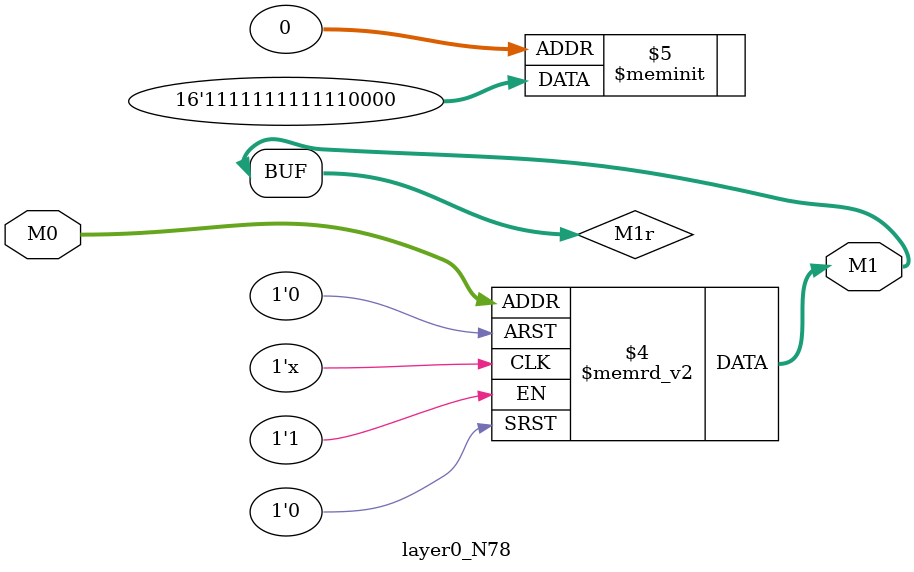
<source format=v>
module layer0_N78 ( input [2:0] M0, output [1:0] M1 );

	(*rom_style = "distributed" *) reg [1:0] M1r;
	assign M1 = M1r;
	always @ (M0) begin
		case (M0)
			3'b000: M1r = 2'b00;
			3'b100: M1r = 2'b11;
			3'b010: M1r = 2'b11;
			3'b110: M1r = 2'b11;
			3'b001: M1r = 2'b00;
			3'b101: M1r = 2'b11;
			3'b011: M1r = 2'b11;
			3'b111: M1r = 2'b11;

		endcase
	end
endmodule

</source>
